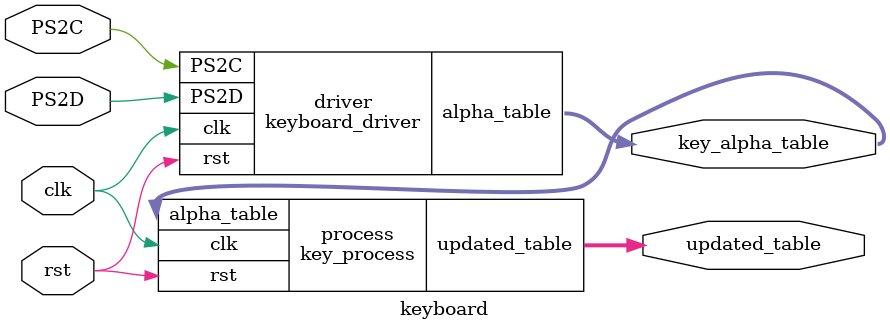
<source format=v>
module keyboard_scan(
    input clk,
    input rst,
    input PS2C,
    input PS2D,
    output wire [15:0] xkey,
    output wire [21:0] data,
    output reg data_in
	);

    reg PS2Cf;
    reg PS2Df;
    reg [0:4] cnt;
    reg [0:7] smg;
    reg [3:0] num;
    reg [1:0] clk_25MHz;
    reg [7:0] ps2c_filter,ps2d_filter;
    reg [10:0] shift1,shift2;
    reg DIR = 1'b0;

    always @(posedge clk) begin  //25MHZ
		if(clk_25MHz >= 3) begin
			DIR <= 1'b1;
			clk_25MHz <= 0;
		end else begin
			clk_25MHz <= clk_25MHz + 1;
			DIR <= 1'b0;
		end
    end

    //filter for PS2 clock and data
    always @(posedge DIR) begin
        if(!rst) begin
            ps2c_filter <= 0;
            ps2d_filter <= 0;
            PS2Cf <= 1;
            PS2Df <= 1;
		end else begin
            ps2c_filter[7]<=PS2C;
            ps2c_filter[6:0]<=ps2c_filter[7:1];
            ps2d_filter[7]<=PS2D;
            ps2d_filter[6:0]<=ps2d_filter[7:1];
            if(ps2c_filter==8'b11111111)
                PS2Cf <= 1;
            else if(ps2c_filter == 8'b00000000)
                PS2Cf <= 0;
            if(ps2d_filter == 8'b11111111)
                PS2Df <= 1;
            else if(ps2d_filter == 8'b00000000)
                PS2Df <= 0;
		end
	end

    reg [3:0] count;
    always @(negedge PS2Cf or negedge rst) begin
		if(!rst) begin
			count <= 0;
		end else begin
			if (count >= 10 && PS2Df == 1'b1) begin
				count <= 0;
				data_in <= 1'b1;
			end else begin
				data_in <= 1'b0;
				count <= count + 1;
			end
		end 
    end

    always @(negedge PS2Cf or negedge rst) begin
		if(!rst) begin
			shift1 <= 0;
			shift2 <= 0;
		end else begin
			shift1 <= {PS2Df,shift1[10:1]};
			shift2 <= {shift1[0],shift2[10:1]};
		end 
    end

    
    
    assign xkey = {shift2[8:1],shift1[8:1]};
    assign data = {shift2, shift1};
    // assign data_in = (count >= 11) ? 1 : 0;
endmodule

module keyboard_driver (
    input clk,
    input rst,
    input PS2C,
    input PS2D,
    output reg [20:0] alpha_table
	);
    parameter [4:0] Q_INDEX =5'b00000,
                    W_INDEX =5'b00001,
                    E_INDEX =5'b00010,
                    R_INDEX =5'b00011,
                    T_INDEX =5'b00100,
                    Y_INDEX =5'b00101,
                    U_INDEX =5'b00110,
                            
                    A_INDEX =5'b00111,
                    S_INDEX =5'b01000,
                    D_INDEX =5'b01001,
                    F_INDEX =5'b01010,
                    G_INDEX =5'b01011,
                    H_INDEX =5'b01100,
                    J_INDEX =5'b01101,
                            
                    Z_INDEX =5'b01110,
                    X_INDEX =5'b01111,
                    C_INDEX =5'b10000,
                    V_INDEX =5'b10001,
                    B_INDEX =5'b10010,
                    N_INDEX =5'b10011,
                    M_INDEX =5'b10100;
                     
    wire [15:0] xkey;
    wire [21:0] ps_data;
    wire data_in;
    keyboard_scan scan(.clk(clk), .rst(rst), .PS2C(PS2C), .PS2D(PS2D), 
                        .xkey(xkey), .data(ps_data), .data_in(data_in));

    wire [7:0] now_key, pre_key;
    wire [10:0] now_frame, pre_frame;
    assign now_key = xkey[7:0];
    assign pre_key = xkey[15:8];
    assign now_frame = ps_data[10:0];
    assign pre_frame = ps_data[21:11];

    // 使用 clk 进入always
    always @(posedge clk) begin
		if (!rst) begin
			alpha_table <= 0;
		end else if (data_in) begin
			if (now_frame[10] == 1 && now_frame[0] == 0 && pre_frame[10] == 1 && pre_frame[0] == 0) begin
				if (pre_key == 8'hf0) begin
					// 松开全0
					alpha_table <= 0;
				end else begin
					case (now_key)
						8'h15: alpha_table[Q_INDEX] <= 1;
						8'h1d: alpha_table[W_INDEX] <= 1;
						8'h24: alpha_table[E_INDEX] <= 1;
						8'h2d: alpha_table[R_INDEX] <= 1;
						8'h2c: alpha_table[T_INDEX] <= 1;
						8'h35: alpha_table[Y_INDEX] <= 1;
						8'h3c: alpha_table[U_INDEX] <= 1;

						8'h1c: alpha_table[A_INDEX] <= 1;
						8'h1b: alpha_table[S_INDEX] <= 1;
						8'h23: alpha_table[D_INDEX] <= 1;
						8'h2b: alpha_table[F_INDEX] <= 1;
						8'h34: alpha_table[G_INDEX] <= 1;
						8'h33: alpha_table[H_INDEX] <= 1;
						8'h3b: alpha_table[J_INDEX] <= 1;

						8'h1a: alpha_table[Z_INDEX] <= 1;
						8'h22: alpha_table[X_INDEX] <= 1;
						8'h21: alpha_table[C_INDEX] <= 1;
						8'h2a: alpha_table[V_INDEX] <= 1;
						8'h32: alpha_table[B_INDEX] <= 1;
						8'h31: alpha_table[N_INDEX] <= 1;
						8'h3a: alpha_table[M_INDEX] <= 1;
					default begin

					end
					endcase
				end
			end
        end
    end
endmodule


// module test_keyboard2 (
//     input wire clk,
//     input wire rst,
//     input wire PS2C,
//     input wire PS2D,
//     output [0:7] seg_cs,
//     output [0:7] seg_data0,
//     output wire [15:0] led
//    // output wire pin_test
// );
//     // assign test_pin = {PS2D, PS2C};
//     wire [20:0] alpha_table;
//     keyboard_driver u1(.clk(clk), .rst(rst), .PS2C(PS2C), .PS2D(PS2D), .alpha_table(alpha_table));

//     assign led[3:0] = alpha_table;
//     //assign pin_test = PS2D;
// endmodule

module key_process (
	input wire clk,
	input wire rst,
	input wire [20:0] alpha_table,
	output reg [20:0] updated_table
	);
	reg [20:0] pre_key_out=21'b0;
	always@(posedge clk) begin
		if (!rst) begin
			pre_key_out <= alpha_table;
			updated_table <= 0;
		end else begin
			pre_key_out <= alpha_table;
			if (pre_key_out < alpha_table) begin
				updated_table <= (alpha_table - pre_key_out);
			end else if (pre_key_out > alpha_table) begin
				updated_table <= alpha_table;
			end
		end
    end
endmodule

module keyboard (
	input clk,
    input rst,
    input PS2C,
    input PS2D,
    output wire [20:0] key_alpha_table,
	output wire [20:0] updated_table
);
	keyboard_driver driver(.clk(clk), .rst(rst), .PS2C(PS2C), .PS2D(PS2D), .alpha_table(key_alpha_table));
	key_process process(.clk(clk), .rst(rst), .alpha_table(key_alpha_table), .updated_table(updated_table));
endmodule
</source>
